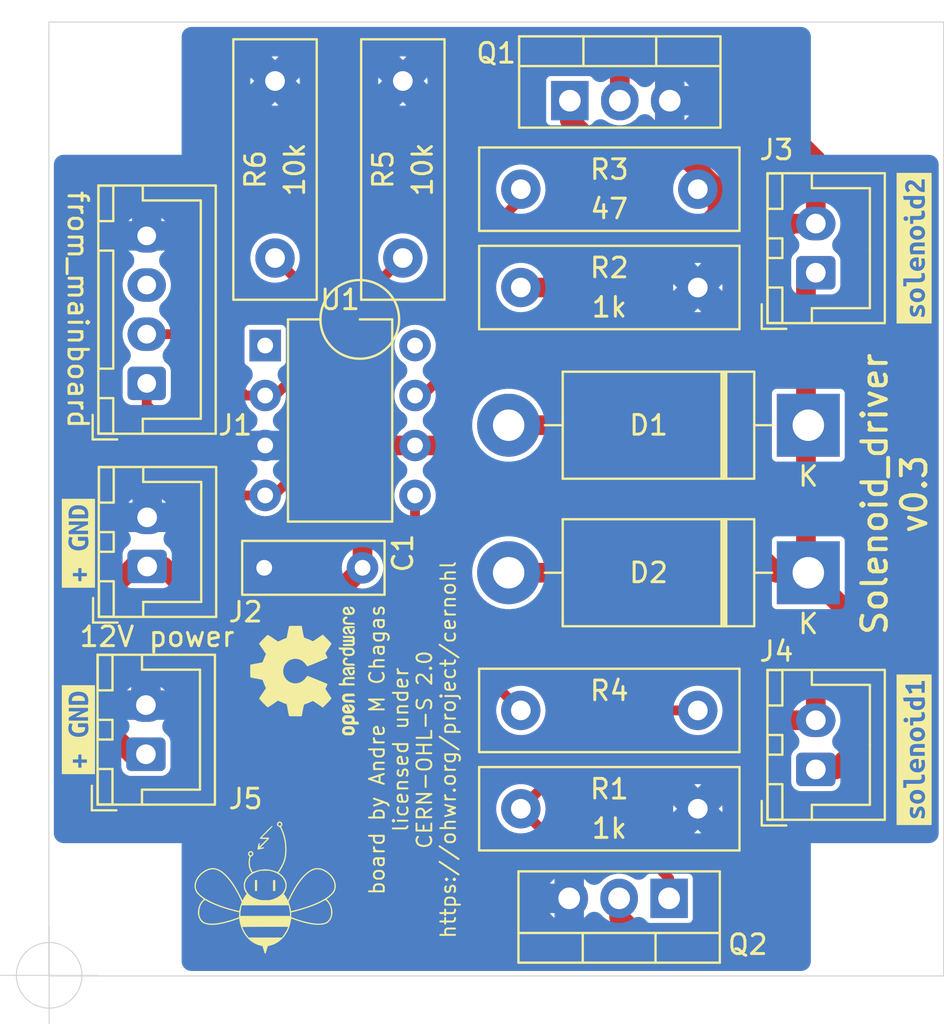
<source format=kicad_pcb>
(kicad_pcb (version 20171130) (host pcbnew "(5.1.4-0-10_14)")
  (layers (0 F.Cu signal) (31 B.Cu signal hide) (34 B.Paste user) (35 F.Paste user) (36 B.SilkS user) (37 F.SilkS user) (38 B.Mask user) (39 F.Mask user) (44 Edge.Cuts user))
  (net 0 "")
  (net 1 "GND")
  (net 2 "+5V")
  (net 3 "+12V")
  (net 4 "Net-(D1-Pad2)")
  (net 5 "Net-(D2-Pad2)")
  (net 6 "solenoid2")
  (net 7 "solenoid1")
  (net 8 "Net-(Q1-Pad1)")
  (net 9 "Net-(Q2-Pad1)")
  (net 10 "Net-(J1-Pad1)")
  (net 13 "Net-(U1-Pad2)")
  (module "MountingHole:MountingHole_3.2mm_M3_DIN965" (layer "F.Cu") (at 115.5 84)
    (fp_text reference "REF**" hide)
    (fp_text value "MountingHole_3.2mm_M3_DIN965" hide)
    (pad "" np_thru_hole circle (at 0 0) (size 3.2 3.2) (drill 3.2) (layers *.Cu *.Mask))
  )
  (module "MountingHole:MountingHole_3.2mm_M3_DIN965" (layer "F.Cu") (at 115.5 125.5)
    (fp_text reference "REF**" hide)
    (fp_text value "MountingHole_3.2mm_M3_DIN965" hide)
    (pad "" np_thru_hole circle (at 0 0) (size 3.2 3.2) (drill 3.2) (layers *.Cu *.Mask))
  )
  (module "MountingHole:MountingHole_3.2mm_M3_DIN965" (layer "F.Cu") (at 154 84)
    (fp_text reference "REF**" hide)
    (fp_text value "MountingHole_3.2mm_M3_DIN965" hide)
    (pad "" np_thru_hole circle (at 0 0) (size 3.2 3.2) (drill 3.2) (layers *.Cu *.Mask))
  )
  (module "MountingHole:MountingHole_3.2mm_M3_DIN965" (layer "F.Cu") (at 154 125.5)
    (fp_text reference "REF**" hide)
    (fp_text value "MountingHole_3.2mm_M3_DIN965" hide)
    (pad "" np_thru_hole circle (at 0 0) (size 3.2 3.2) (drill 3.2) (layers *.Cu *.Mask))
  )
  (module "Connector_JST:JST_XH_B4B-XH-A_1x04_P2.50mm_Vertical" (layer "F.Cu") (at 116.975 98.873 90)
    (fp_text reference "J1" (at -2.127 4.5) (layer "F.SilkS"))
    (fp_text value "from_mainboard" (at 3.75 -3.5 270 unlocked) (layer "F.SilkS"))
    (pad "1" thru_hole roundrect (at 0 0 90) (size 1.7 1.95) (drill 0.95) (layers *.Cu *.Mask) (roundrect_rratio 0.1470588235) (net 10 "Net-(J1-Pad1)"))
    (pad "2" thru_hole oval (at 2.5 0 90) (size 1.7 1.95) (drill 0.95) (layers *.Cu *.Mask) (net 13 "Net-(U1-Pad2)"))
    (pad "3" thru_hole oval (at 5 0 90) (size 1.7 1.95) (drill 0.95) (layers *.Cu *.Mask) (net 2 "+5V"))
    (pad "4" thru_hole oval (at 7.5 0 90) (size 1.7 1.95) (drill 0.95) (layers *.Cu *.Mask) (net 1 "GND"))
  )
  (module "Resistor_THT:R_Box_L13.0mm_W4.0mm_P9.00mm" (layer "F.Cu") (at 145 120.5 180)
    (fp_text reference "R1" (at 4.5 1) (layer "F.SilkS"))
    (fp_text value "1k" (at 4.5 -1) (layer "F.SilkS"))
    (pad "1" thru_hole circle (at 0 0 180) (size 2 2) (drill 1) (layers *.Cu *.Mask) (net 1 "GND"))
    (pad "2" thru_hole circle (at 9 0 180) (size 2 2) (drill 1) (layers *.Cu *.Mask) (net 9 "Net-(Q2-Pad1)"))
  )
  (module "Symbol:OSHW-Logo2_7.3x6mm_SilkScreen" (layer "F.Cu") (at 125 113.5 90)
    (fp_text reference "REF**" hide)
    (fp_text value "OSHW-Logo2_7.3x6mm_SilkScreen" hide)
  )
  (module "Diode_THT:D_DO-201AD_P15.24mm_Horizontal" (layer "F.Cu") (at 150.62 101 180)
    (fp_text reference "D1" (at 8.12 0) (layer "F.SilkS"))
    (fp_text value "D_Schottky")
    (fp_text user "K" (at 0 -2.6) (layer "F.SilkS"))
    (pad "1" thru_hole rect (at 0 0 180) (size 3.2 3.2) (drill 1.6) (layers *.Cu *.Mask) (net 3 "+12V"))
    (pad "2" thru_hole oval (at 15.24 0 180) (size 3.2 3.2) (drill 1.6) (layers *.Cu *.Mask) (net 4 "Net-(D1-Pad2)"))
  )
  (module "Diode_THT:D_DO-201AD_P15.24mm_Horizontal" (layer "F.Cu") (at 150.62 108.5 180)
    (fp_text reference "D2" (at 8.12 0) (layer "F.SilkS"))
    (fp_text value "D_Schottky")
    (fp_text user "K" (at 0 -2.6) (layer "F.SilkS"))
    (pad "1" thru_hole rect (at 0 0 180) (size 3.2 3.2) (drill 1.6) (layers *.Cu *.Mask) (net 3 "+12V"))
    (pad "2" thru_hole oval (at 15.24 0 180) (size 3.2 3.2) (drill 1.6) (layers *.Cu *.Mask) (net 5 "Net-(D2-Pad2)"))
  )
  (module "Connector_JST:JST_XH_B2B-XH-A_1x02_P2.50mm_Vertical" (layer "F.Cu") (at 151 118.5 90)
    (fp_text reference "J4" (at 6 -2 180) (layer "F.SilkS"))
    (fp_text value "to_solenoid1" hide)
    (pad "1" thru_hole roundrect (at 0 0 90) (size 1.7 2) (drill 1) (layers *.Cu *.Mask) (roundrect_rratio 0.1470588235) (net 3 "+12V"))
    (pad "2" thru_hole oval (at 2.5 0 90) (size 1.7 2) (drill 1) (layers *.Cu *.Mask) (net 5 "Net-(D2-Pad2)"))
  )
  (module "Package_TO_SOT_THT:TO-220-3_Vertical" (layer "F.Cu") (at 138.4935 84.5)
    (fp_text reference "Q1" (at -3.7465 -2.413) (layer "F.SilkS"))
    (fp_text value "Q_NMOS_GDS")
    (pad "1" thru_hole rect (at 0 0) (size 1.905 2) (drill 1.1) (layers *.Cu *.Mask) (net 8 "Net-(Q1-Pad1)"))
    (pad "2" thru_hole oval (at 2.54 0) (size 1.905 2) (drill 1.1) (layers *.Cu *.Mask) (net 4 "Net-(D1-Pad2)"))
    (pad "3" thru_hole oval (at 5.08 0) (size 1.905 2) (drill 1.1) (layers *.Cu *.Mask) (net 1 "GND"))
  )
  (module "Package_TO_SOT_THT:TO-220-3_Vertical" (layer "F.Cu") (at 143.54 125.055 180)
    (fp_text reference "Q2" (at -4.0005 -2.3495) (layer "F.SilkS"))
    (fp_text value "Q_NMOS_GDS")
    (pad "1" thru_hole rect (at 0 0 180) (size 1.905 2) (drill 1.1) (layers *.Cu *.Mask) (net 9 "Net-(Q2-Pad1)"))
    (pad "2" thru_hole oval (at 2.54 0 180) (size 1.905 2) (drill 1.1) (layers *.Cu *.Mask) (net 5 "Net-(D2-Pad2)"))
    (pad "3" thru_hole oval (at 5.08 0 180) (size 1.905 2) (drill 1.1) (layers *.Cu *.Mask) (net 1 "GND"))
  )
  (module "Resistor_THT:R_Box_L13.0mm_W4.0mm_P9.00mm" (layer "F.Cu") (at 145 94 180)
    (fp_text reference "R2" (at 4.5 1) (layer "F.SilkS"))
    (fp_text value "1k" (at 4.5 -1) (layer "F.SilkS"))
    (pad "1" thru_hole circle (at 0 0 180) (size 2 2) (drill 1) (layers *.Cu *.Mask) (net 1 "GND"))
    (pad "2" thru_hole circle (at 9 0 180) (size 2 2) (drill 1) (layers *.Cu *.Mask) (net 8 "Net-(Q1-Pad1)"))
  )
  (module "Connector_JST:JST_XH_B2B-XH-A_1x02_P2.50mm_Vertical" (layer "F.Cu") (at 116.9975 108.184 90)
    (fp_text reference "J2" (at -2.316 5.0025 180) (layer "F.SilkS"))
    (fp_text value "12V power" (at -3.566 0.5025 180) (layer "F.SilkS"))
    (pad "1" thru_hole roundrect (at 0 0 90) (size 1.7 2) (drill 1) (layers *.Cu *.Mask) (roundrect_rratio 0.1470588235) (net 3 "+12V"))
    (pad "2" thru_hole oval (at 2.5 0 90) (size 1.7 2) (drill 1) (layers *.Cu *.Mask) (net 1 "GND"))
  )
  (module "Connector_JST:JST_XH_B2B-XH-A_1x02_P2.50mm_Vertical" (layer "F.Cu") (at 151 93.25 90)
    (fp_text reference "J3" (at 6.25 -2 180) (layer "F.SilkS"))
    (fp_text value "to_solenoid2" hide)
    (pad "1" thru_hole roundrect (at 0 0 90) (size 1.7 2) (drill 1) (layers *.Cu *.Mask) (roundrect_rratio 0.1470588235) (net 3 "+12V"))
    (pad "2" thru_hole oval (at 2.5 0 90) (size 1.7 2) (drill 1) (layers *.Cu *.Mask) (net 4 "Net-(D1-Pad2)"))
  )
  (module "Package_DIP:DIP-8_W7.62mm" (layer "F.Cu") (at 123 96.95)
    (fp_text reference "U1" (at 3.81 -2.33) (layer "F.SilkS"))
    (fp_text value "MIC4427")
    (pad "1" thru_hole rect (at 0 0) (size 1.6 1.6) (drill 0.8) (layers *.Cu *.Mask))
    (pad "2" thru_hole oval (at 0 2.54) (size 1.6 1.6) (drill 0.8) (layers *.Cu *.Mask) (net 13 "Net-(U1-Pad2)"))
    (pad "3" thru_hole oval (at 0 5.08) (size 1.6 1.6) (drill 0.8) (layers *.Cu *.Mask) (net 1 "GND"))
    (pad "4" thru_hole oval (at 0 7.62) (size 1.6 1.6) (drill 0.8) (layers *.Cu *.Mask) (net 10 "Net-(J1-Pad1)"))
    (pad "5" thru_hole oval (at 7.62 7.62) (size 1.6 1.6) (drill 0.8) (layers *.Cu *.Mask) (net 6 "solenoid2"))
    (pad "6" thru_hole oval (at 7.62 5.08) (size 1.6 1.6) (drill 0.8) (layers *.Cu *.Mask) (net 3 "+12V"))
    (pad "7" thru_hole oval (at 7.62 2.54) (size 1.6 1.6) (drill 0.8) (layers *.Cu *.Mask) (net 7 "solenoid1"))
    (pad "8" thru_hole oval (at 7.62 0) (size 1.6 1.6) (drill 0.8) (layers *.Cu *.Mask))
  )
  (module "Resistor_THT:R_Box_L13.0mm_W4.0mm_P9.00mm" (layer "F.Cu") (at 145 115.5 180)
    (fp_text reference "R4" (at 4.5 1) (layer "F.SilkS"))
    (fp_text value "47")
    (pad "1" thru_hole circle (at 0 0 180) (size 2 2) (drill 1) (layers *.Cu *.Mask) (net 9 "Net-(Q2-Pad1)"))
    (pad "2" thru_hole circle (at 9 0 180) (size 2 2) (drill 1) (layers *.Cu *.Mask) (net 6 "solenoid2"))
  )
  (module "kibuzzard-63064EFA" (layer "F.Cu") (at 113.5 116.479 90)
    (fp_text reference "kibuzzard-63064EFA" hide)
    (fp_text value "G***" hide)
  )
  (module "Resistor_THT:R_Box_L13.0mm_W4.0mm_P9.00mm" (layer "F.Cu") (at 145 89 180)
    (fp_text reference "R3" (at 4.5 1) (layer "F.SilkS"))
    (fp_text value "47" (at 4.5 -1) (layer "F.SilkS"))
    (pad "1" thru_hole circle (at 0 0 180) (size 2 2) (drill 1) (layers *.Cu *.Mask) (net 8 "Net-(Q1-Pad1)"))
    (pad "2" thru_hole circle (at 9 0 180) (size 2 2) (drill 1) (layers *.Cu *.Mask) (net 7 "solenoid1"))
  )
  (module "kibuzzard-63064E8E" (layer "F.Cu") (at 156 92 90)
    (fp_text reference "kibuzzard-63064E8E" hide)
    (fp_text value "G***" hide)
  )
  (module "kibuzzard-63065932" (layer "F.Cu") (at 113.5 107 90)
    (fp_text reference "kibuzzard-63065932" hide)
    (fp_text value "G***" hide)
  )
  (module "Resistor_THT:R_Box_L13.0mm_W4.0mm_P9.00mm" (layer "F.Cu") (at 123.5 83.5 -90)
    (fp_text reference "R6" (at 4.5 1 90) (layer "F.SilkS"))
    (fp_text value "10k" (at 4.5 -1 90) (layer "F.SilkS"))
    (pad "1" thru_hole circle (at 0 0 270) (size 2 2) (drill 1) (layers *.Cu *.Mask) (net 1 "GND"))
    (pad "2" thru_hole circle (at 9 0 270) (size 2 2) (drill 1) (layers *.Cu *.Mask) (net 13 "Net-(U1-Pad2)"))
  )
  (module "Connector_JST:JST_XH_B2B-XH-A_1x02_P2.50mm_Vertical" (layer "F.Cu") (at 116.934 117.729 90)
    (fp_text reference "J5" (at -2.271 5.066 180) (layer "F.SilkS"))
    (fp_text value "12V power")
    (pad "1" thru_hole roundrect (at 0 0 90) (size 1.7 2) (drill 1) (layers *.Cu *.Mask) (roundrect_rratio 0.1470588235) (net 3 "+12V"))
    (pad "2" thru_hole oval (at 2.5 0 90) (size 1.7 2) (drill 1) (layers *.Cu *.Mask) (net 1 "GND"))
  )
  (module "Capacitor_THT:C_Disc_D7.0mm_W2.5mm_P5.00mm" (layer "F.Cu") (at 127.95 108.25 180)
    (fp_text reference "C1" (at -2.05 0.75 90) (layer "F.SilkS"))
    (fp_text value "100nF")
    (pad "1" thru_hole circle (at 0 0 180) (size 1.6 1.6) (drill 0.8) (layers *.Cu *.Mask) (net 3 "+12V"))
    (pad "2" thru_hole circle (at 5 0 180) (size 1.6 1.6) (drill 0.8) (layers *.Cu *.Mask) (net 1 "GND"))
  )
  (module "kibuzzard-63063C94" (layer "F.Cu") (at 156 117.5 90)
    (fp_text reference "kibuzzard-63063C94" hide)
    (fp_text value "G***" hide)
  )
  (module "Resistor_THT:R_Box_L13.0mm_W4.0mm_P9.00mm" (layer "F.Cu") (at 130 83.5 -90)
    (fp_text reference "R5" (at 4.5 1 90) (layer "F.SilkS"))
    (fp_text value "10k" (at 4.5 -1 90) (layer "F.SilkS"))
    (pad "1" thru_hole circle (at 0 0 270) (size 2 2) (drill 1) (layers *.Cu *.Mask) (net 1 "GND"))
    (pad "2" thru_hole circle (at 9 0 270) (size 2 2) (drill 1) (layers *.Cu *.Mask) (net 10 "Net-(J1-Pad1)"))
  )
  (module "logo-beehive:logo-beehive-7_2х6_7mm" (layer "F.Cu") (at 123 124.5)
    (fp_text reference "G***" hide)
    (fp_text value "LOGO" hide)
  )
  (gr_line (start 157.5 80.5) (end 157.5 129) (layer "Edge.Cuts") (width 0.05))
  (gr_line (start 112 129) (end 112 80.5) (layer "Edge.Cuts") (width 0.05))
  (gr_line (start 157.5 80.5) (end 112 80.5) (layer "Edge.Cuts") (width 0.05))
  (gr_line (start 157.5 129) (end 112 129) (layer "Edge.Cuts") (width 0.05))
  (gr_text "board by Andre M Chagas\nlicensed under\nCERN-OHL-S 2.0\nhttps://ohwr.org/project/cernohl" (at 130.5 117.5 90) (layer "F.SilkS") (effects (font (size 0.75 0.75) (thickness 0.1))))
  (gr_text "Solenoid_driver\nv0.3\n" (at 155 104.5 90) (layer "F.SilkS") (effects (font (size 1.25 1.25) (thickness 0.2))))
  (target plus (at 112.014 128.9685) (size 5) (width 0.05) (layer "Edge.Cuts"))
  (segment (start 135 104.5) (end 145 104.5) (width 1) (layer "F.Cu") (net 3))
  (segment (start 130.62 102.03) (end 132.53 102.03) (width 1) (layer "F.Cu") (net 3))
  (segment (start 152 118.5) (end 151 118.5) (width 1) (layer "F.Cu") (net 3))
  (segment (start 150.5 108.38) (end 153.5 111.38) (width 1) (layer "F.Cu") (net 3))
  (segment (start 114.5 116) (end 116.229 117.729) (width 1) (layer "F.Cu") (net 3))
  (segment (start 127.95 103.55) (end 129.47 102.03) (width 1) (layer "F.Cu") (net 3))
  (segment (start 149 108.5) (end 150.62 108.5) (width 1) (layer "F.Cu") (net 3))
  (segment (start 145 104.5) (end 149 108.5) (width 1) (layer "F.Cu") (net 3))
  (segment (start 114.5 110) (end 114.5 116) (width 1) (layer "F.Cu") (net 3))
  (segment (start 125.7 110.5) (end 120.132 110.5) (width 1) (layer "F.Cu") (net 3))
  (segment (start 120.132 110.5) (end 117.816 108.184) (width 1) (layer "F.Cu") (net 3))
  (segment (start 150.5 93.75) (end 150.5 108.38) (width 1) (layer "F.Cu") (net 3))
  (segment (start 117.816 108.184) (end 116.316 108.184) (width 1) (layer "F.Cu") (net 3))
  (segment (start 116.229 117.729) (end 116.934 117.729) (width 1) (layer "F.Cu") (net 3))
  (segment (start 151 93.25) (end 150.5 93.75) (width 1) (layer "F.Cu") (net 3))
  (segment (start 116.316 108.184) (end 114.5 110) (width 1) (layer "F.Cu") (net 3))
  (segment (start 129.47 102.03) (end 130.62 102.03) (width 1) (layer "F.Cu") (net 3))
  (segment (start 127.95 108.25) (end 125.7 110.5) (width 1) (layer "F.Cu") (net 3))
  (segment (start 127.95 108.25) (end 127.95 103.55) (width 1) (layer "F.Cu") (net 3))
  (segment (start 132.53 102.03) (end 135 104.5) (width 1) (layer "F.Cu") (net 3))
  (segment (start 153.5 111.38) (end 153.5 117) (width 1) (layer "F.Cu") (net 3))
  (segment (start 153.5 117) (end 152 118.5) (width 1) (layer "F.Cu") (net 3))
  (segment (start 151 87.5) (end 145.5 82) (width 1) (layer "F.Cu") (net 4))
  (segment (start 151 90.75) (end 151 87.5) (width 1) (layer "F.Cu") (net 4))
  (segment (start 148 95) (end 148 92.5) (width 1) (layer "F.Cu") (net 4))
  (segment (start 142 82) (end 141.0335 82.9665) (width 1) (layer "F.Cu") (net 4))
  (segment (start 135.38 101) (end 142 101) (width 1) (layer "F.Cu") (net 4))
  (segment (start 149.75 90.75) (end 151 90.75) (width 1) (layer "F.Cu") (net 4))
  (segment (start 145.5 82) (end 142 82) (width 1) (layer "F.Cu") (net 4))
  (segment (start 141.0335 82.9665) (end 141.0335 84.5) (width 1) (layer "F.Cu") (net 4))
  (segment (start 148 92.5) (end 149.75 90.75) (width 1) (layer "F.Cu") (net 4))
  (segment (start 142 101) (end 148 95) (width 1) (layer "F.Cu") (net 4))
  (segment (start 145.5 108.5) (end 151 114) (width 1) (layer "F.Cu") (net 5))
  (segment (start 148 117.5) (end 149.5 116) (width 1) (layer "F.Cu") (net 5))
  (segment (start 135.38 108.5) (end 145.5 108.5) (width 1) (layer "F.Cu") (net 5))
  (segment (start 151 114) (end 151 116) (width 1) (layer "F.Cu") (net 5))
  (segment (start 145.5 127.5) (end 148 125) (width 1) (layer "F.Cu") (net 5))
  (segment (start 149.5 116) (end 151 116) (width 1) (layer "F.Cu") (net 5))
  (segment (start 141 125) (end 141 126) (width 1) (layer "F.Cu") (net 5))
  (segment (start 141 126) (end 142.5 127.5) (width 1) (layer "F.Cu") (net 5))
  (segment (start 142.5 127.5) (end 145.5 127.5) (width 1) (layer "F.Cu") (net 5))
  (segment (start 148 125) (end 148 117.5) (width 1) (layer "F.Cu") (net 5))
  (segment (start 130.62 110.12) (end 130.62 104.57) (width 0.5) (layer "F.Cu") (net 6))
  (segment (start 136 115.5) (end 130.62 110.12) (width 0.5) (layer "F.Cu") (net 6))
  (segment (start 131.01 99.49) (end 133 97.5) (width 0.5) (layer "F.Cu") (net 7))
  (segment (start 130.62 99.49) (end 131.01 99.49) (width 0.5) (layer "F.Cu") (net 7))
  (segment (start 133 92.5) (end 136.5 89) (width 0.5) (layer "F.Cu") (net 7))
  (segment (start 133 97.5) (end 133 92.5) (width 0.5) (layer "F.Cu") (net 7))
  (segment (start 140.5 87.5) (end 144.5 87.5) (width 1) (layer "F.Cu") (net 8))
  (segment (start 146 90.25) (end 142.25 94) (width 1) (layer "F.Cu") (net 8))
  (segment (start 146 89) (end 146 90.25) (width 1) (layer "F.Cu") (net 8))
  (segment (start 144.5 87.5) (end 146 89) (width 1) (layer "F.Cu") (net 8))
  (segment (start 138.4935 84.5) (end 138.4935 85.4935) (width 1) (layer "F.Cu") (net 8))
  (segment (start 142.25 94) (end 136.5 94) (width 1) (layer "F.Cu") (net 8))
  (segment (start 138.4935 85.4935) (end 140.5 87.5) (width 1) (layer "F.Cu") (net 8))
  (segment (start 138 122.5) (end 142 122.5) (width 0.5) (layer "F.Cu") (net 9))
  (segment (start 136 120.5) (end 141 115.5) (width 0.5) (layer "F.Cu") (net 9))
  (segment (start 141 115.5) (end 145 115.5) (width 0.5) (layer "F.Cu") (net 9))
  (segment (start 142 122.5) (end 143.54 124.04) (width 0.5) (layer "F.Cu") (net 9))
  (segment (start 143.54 124.04) (end 143.54 125.055) (width 0.5) (layer "F.Cu") (net 9))
  (segment (start 136 120.5) (end 138 122.5) (width 0.5) (layer "F.Cu") (net 9))
  (segment (start 116.975 98.873) (end 116.975 99.975) (width 0.5) (layer "F.Cu") (net 10))
  (segment (start 123.44 104.57) (end 126.5 101.51) (width 0.5) (layer "F.Cu") (net 10))
  (segment (start 126.5 101.51) (end 126.5 96) (width 0.5) (layer "F.Cu") (net 10))
  (segment (start 121.57 104.57) (end 123.44 104.57) (width 0.5) (layer "F.Cu") (net 10))
  (segment (start 116.975 99.975) (end 121.57 104.57) (width 0.5) (layer "F.Cu") (net 10))
  (segment (start 126.5 96) (end 130 92.5) (width 0.5) (layer "F.Cu") (net 10))
  (segment (start 116.975 96.373) (end 118.873 96.373) (width 0.5) (layer "F.Cu") (net 13))
  (segment (start 118.873 96.373) (end 121.99 99.49) (width 0.5) (layer "F.Cu") (net 13))
  (segment (start 123 99.49) (end 123.505 99.49) (width 0.5) (layer "F.Cu") (net 13))
  (segment (start 123.505 99.49) (end 125 97.995) (width 0.5) (layer "F.Cu") (net 13))
  (segment (start 125 94) (end 123.5 92.5) (width 0.5) (layer "F.Cu") (net 13))
  (segment (start 121.99 99.49) (end 123 99.49) (width 0.5) (layer "F.Cu") (net 13))
  (segment (start 125 97.995) (end 125 94) (width 0.5) (layer "F.Cu") (net 13))
  (zone (net 1) (net_name "GND") (layer "B.Cu") (connect_pads (clearance 0.5)) (min_thickness 0.5)
    (polygon (pts (xy 112.5 87.5) (xy 119 87.5) (xy 119 81) (xy 150.5 81) (xy 150.5 87.5) (xy 157 87.5) (xy 157 122) (xy 150.5 122) (xy 150.5 128.5) (xy 119 128.5) (xy 119 122) (xy 112.5 122)))
  )
)
</source>
